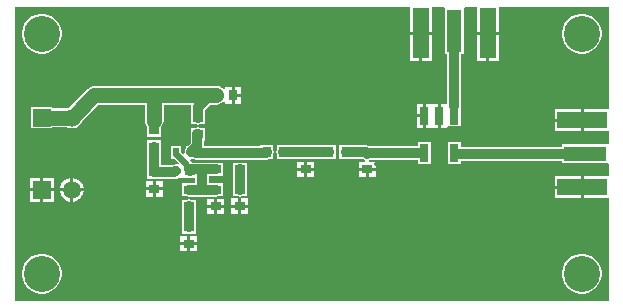
<source format=gbr>
%TF.GenerationSoftware,Altium Limited,Altium Designer,22.5.1 (42)*%
G04 Layer_Physical_Order=1*
G04 Layer_Color=255*
%FSLAX26Y26*%
%MOIN*%
%TF.SameCoordinates,B04901F9-BF46-49F9-850C-5E78856F6392*%
%TF.FilePolarity,Positive*%
%TF.FileFunction,Copper,L1,Top,Signal*%
%TF.Part,Single*%
G01*
G75*
%TA.AperFunction,ConnectorPad*%
%ADD10R,0.141732X0.050000*%
%ADD11R,0.165354X0.053150*%
%TA.AperFunction,SMDPad,CuDef*%
%ADD12R,0.053150X0.165354*%
%ADD13R,0.050000X0.141732*%
%ADD14R,0.030000X0.060000*%
%ADD15R,0.035433X0.031496*%
%ADD16R,0.023622X0.031496*%
%ADD17R,0.031496X0.035433*%
%TA.AperFunction,Conductor*%
%ADD18C,0.033000*%
%ADD19C,0.050000*%
%ADD20C,0.020000*%
%TA.AperFunction,ComponentPad*%
%ADD21C,0.059055*%
%ADD22R,0.059055X0.059055*%
%TA.AperFunction,WasherPad*%
%ADD23C,0.120000*%
%TA.AperFunction,ViaPad*%
%ADD24C,0.020000*%
G36*
X2989805Y1647795D02*
X2907126D01*
Y1611220D01*
Y1574646D01*
X2989805D01*
Y1534783D01*
X2986866Y1531000D01*
X2984805Y1531000D01*
X2833134D01*
Y1522941D01*
X2496000D01*
Y1539000D01*
X2454000D01*
Y1502216D01*
X2453559Y1500000D01*
X2454000Y1497784D01*
Y1467000D01*
X2496000D01*
Y1477059D01*
X2833134D01*
Y1469000D01*
X2984805D01*
X2986866Y1469000D01*
X2989805Y1465217D01*
Y1425354D01*
X2907126D01*
Y1388780D01*
Y1352205D01*
X2989805D01*
Y1010195D01*
X1010195D01*
Y1989805D01*
X2327205D01*
Y1907126D01*
X2363780D01*
X2400354D01*
Y1989805D01*
X2440217D01*
X2444000Y1986866D01*
X2444000Y1984804D01*
Y1833134D01*
X2452059D01*
Y1671147D01*
X2450000Y1667000D01*
X2447059Y1667000D01*
X2430000D01*
Y1627000D01*
Y1587000D01*
X2450000D01*
Y1588586D01*
X2454000Y1591000D01*
X2455000Y1591000D01*
X2496000D01*
Y1650930D01*
X2496195Y1651221D01*
X2497941Y1660000D01*
Y1833134D01*
X2506000D01*
Y1984804D01*
X2506000Y1986866D01*
X2509783Y1989805D01*
X2549646D01*
Y1907126D01*
X2586220D01*
Y1902126D01*
D01*
Y1907126D01*
X2622795D01*
Y1989805D01*
X2989805D01*
Y1647795D01*
D02*
G37*
%LPC*%
G36*
X2906500Y1966000D02*
X2893500D01*
X2880749Y1963464D01*
X2868737Y1958488D01*
X2857927Y1951265D01*
X2848735Y1942072D01*
X2841512Y1931263D01*
X2836536Y1919252D01*
X2834000Y1906500D01*
Y1893500D01*
X2836536Y1880748D01*
X2841512Y1868737D01*
X2848735Y1857928D01*
X2857927Y1848735D01*
X2868737Y1841512D01*
X2880749Y1836536D01*
X2893500Y1834000D01*
X2906500D01*
X2919251Y1836536D01*
X2931263Y1841512D01*
X2942073Y1848735D01*
X2951265Y1857928D01*
X2958488Y1868737D01*
X2963464Y1880748D01*
X2966000Y1893500D01*
Y1906500D01*
X2963464Y1919252D01*
X2958488Y1931263D01*
X2951265Y1942072D01*
X2942073Y1951265D01*
X2931263Y1958488D01*
X2919251Y1963464D01*
X2906500Y1966000D01*
D02*
G37*
G36*
X1106500D02*
X1093500D01*
X1080748Y1963464D01*
X1068737Y1958488D01*
X1057928Y1951265D01*
X1048735Y1942072D01*
X1041512Y1931263D01*
X1036536Y1919252D01*
X1034000Y1906500D01*
Y1893500D01*
X1036536Y1880748D01*
X1041512Y1868737D01*
X1048735Y1857928D01*
X1057928Y1848735D01*
X1068737Y1841512D01*
X1080748Y1836536D01*
X1093500Y1834000D01*
X1106500D01*
X1119252Y1836536D01*
X1131263Y1841512D01*
X1142072Y1848735D01*
X1151265Y1857928D01*
X1158488Y1868737D01*
X1163464Y1880748D01*
X1166000Y1893500D01*
Y1906500D01*
X1163464Y1919252D01*
X1158488Y1931263D01*
X1151265Y1942072D01*
X1142072Y1951265D01*
X1131263Y1958488D01*
X1119252Y1963464D01*
X1106500Y1966000D01*
D02*
G37*
G36*
X2622795Y1897126D02*
X2591220D01*
Y1809449D01*
X2622795D01*
Y1897126D01*
D02*
G37*
G36*
X2581220D02*
X2549646D01*
Y1809449D01*
X2581220D01*
Y1897126D01*
D02*
G37*
G36*
X2400354D02*
X2368780D01*
Y1809449D01*
X2400354D01*
Y1897126D01*
D02*
G37*
G36*
X2358780D02*
X2327205D01*
Y1809449D01*
X2358780D01*
Y1897126D01*
D02*
G37*
G36*
X1460000Y1726267D02*
X1459999Y1726267D01*
X1275001D01*
X1275000Y1726267D01*
X1270954Y1725735D01*
X1266907Y1725202D01*
X1263784Y1723908D01*
X1259366Y1722078D01*
X1252890Y1717109D01*
X1252890Y1717109D01*
X1189839Y1654058D01*
X1186287Y1653106D01*
X1183102Y1651267D01*
X1135527D01*
Y1655527D01*
X1064473D01*
Y1584473D01*
X1135527D01*
Y1588733D01*
X1183102D01*
X1186287Y1586894D01*
X1195323Y1584473D01*
X1204677D01*
X1213713Y1586894D01*
X1221814Y1591571D01*
X1228429Y1598186D01*
X1233106Y1606287D01*
X1234058Y1609839D01*
X1287951Y1663732D01*
X1443732D01*
Y1610000D01*
X1444798Y1601907D01*
X1447921Y1594366D01*
X1451283Y1589985D01*
Y1555811D01*
X1498716D01*
Y1589985D01*
X1502078Y1594366D01*
X1505202Y1601907D01*
X1506267Y1610000D01*
Y1663732D01*
X1595830D01*
X1599002Y1659867D01*
X1598276Y1656217D01*
Y1641748D01*
X1596284D01*
Y1598252D01*
X1614004D01*
X1620000Y1597059D01*
X1620465D01*
X1626461Y1598252D01*
X1643716D01*
Y1618535D01*
X1644157Y1620752D01*
Y1646714D01*
X1661176Y1663732D01*
X1681976D01*
X1690069Y1664798D01*
X1697610Y1667921D01*
X1701991Y1671283D01*
X1704189D01*
Y1672598D01*
X1706999Y1675199D01*
X1711811Y1673443D01*
Y1667283D01*
X1732559D01*
Y1695000D01*
Y1722716D01*
X1711811D01*
Y1716556D01*
X1706999Y1714800D01*
X1704189Y1717402D01*
Y1718716D01*
X1701991D01*
X1697610Y1722078D01*
X1690069Y1725202D01*
X1681976Y1726267D01*
X1460001D01*
X1460000Y1726267D01*
D02*
G37*
G36*
X1763307Y1722716D02*
X1742559D01*
Y1700000D01*
X1763307D01*
Y1722716D01*
D02*
G37*
G36*
Y1690000D02*
X1742559D01*
Y1667283D01*
X1763307D01*
Y1690000D01*
D02*
G37*
G36*
X2370000Y1667000D02*
X2350000D01*
Y1632000D01*
X2370000D01*
Y1667000D01*
D02*
G37*
G36*
X2897126Y1647795D02*
X2809449D01*
Y1616220D01*
X2897126D01*
Y1647795D01*
D02*
G37*
G36*
X2420000Y1667000D02*
X2380000D01*
Y1627000D01*
Y1587000D01*
X2420000D01*
Y1627000D01*
Y1667000D01*
D02*
G37*
G36*
X2370000Y1622000D02*
X2350000D01*
Y1587000D01*
X2370000D01*
Y1622000D01*
D02*
G37*
G36*
X2897126Y1606220D02*
X2809449D01*
Y1574646D01*
X2897126D01*
Y1606220D01*
D02*
G37*
G36*
X2079189Y1528717D02*
X2035693D01*
Y1527941D01*
X1992906D01*
X1990000Y1527363D01*
X1987094Y1527941D01*
X1926866D01*
Y1528716D01*
X1883370D01*
Y1510996D01*
X1882177Y1505000D01*
X1883370Y1499004D01*
Y1481284D01*
X1926866D01*
Y1482059D01*
X1956283D01*
Y1480811D01*
X2003716D01*
Y1482059D01*
X2035693D01*
Y1481284D01*
X2079189D01*
Y1499004D01*
X2080382Y1505000D01*
X2079189Y1510997D01*
Y1528717D01*
D02*
G37*
G36*
X2396000Y1539000D02*
X2354000D01*
Y1525720D01*
X2189024D01*
X2188314Y1526195D01*
X2179535Y1527941D01*
X2134307D01*
Y1528717D01*
X2090811D01*
Y1510997D01*
X2089618Y1505000D01*
X2090811Y1499004D01*
Y1481284D01*
X2134307D01*
Y1482059D01*
X2161283D01*
Y1480811D01*
X2172755D01*
X2175756Y1478805D01*
X2178855Y1478189D01*
X2178363Y1473189D01*
X2157283D01*
Y1452441D01*
X2185000D01*
X2212716D01*
Y1473189D01*
X2191172D01*
X2190680Y1478189D01*
X2193779Y1478805D01*
X2195325Y1479839D01*
X2354000D01*
Y1467000D01*
X2396000D01*
Y1539000D01*
D02*
G37*
G36*
X1620000Y1587823D02*
X1619535D01*
X1613539Y1586630D01*
X1596284D01*
Y1566347D01*
X1595843Y1564130D01*
Y1534063D01*
X1588013Y1526234D01*
X1580898D01*
Y1518329D01*
X1577514Y1513265D01*
X1575768Y1504486D01*
X1576273Y1501945D01*
X1571665Y1499482D01*
X1565338Y1505809D01*
Y1526234D01*
X1529716D01*
Y1482738D01*
X1542267D01*
X1557144Y1467861D01*
X1555231Y1463242D01*
X1553524D01*
X1547527Y1464435D01*
X1545400D01*
X1539403Y1463242D01*
X1529716D01*
Y1461252D01*
X1497941D01*
Y1500693D01*
X1498716D01*
Y1544189D01*
X1480996D01*
X1475000Y1545382D01*
X1469003Y1544189D01*
X1451283D01*
Y1500693D01*
X1452059D01*
Y1459307D01*
X1451283D01*
Y1415811D01*
X1469003D01*
X1475000Y1414618D01*
X1478780Y1415370D01*
X1542216D01*
X1550996Y1417117D01*
X1554931Y1419746D01*
X1564086D01*
X1565338Y1419746D01*
Y1419746D01*
X1569087D01*
Y1419746D01*
X1586806D01*
X1592803Y1418553D01*
X1593268D01*
X1599264Y1419746D01*
X1612059D01*
Y1402941D01*
X1590000D01*
X1584004Y1401748D01*
X1566284D01*
Y1358252D01*
X1584004D01*
X1590000Y1357059D01*
X1680000D01*
X1685996Y1358252D01*
X1703716D01*
Y1401748D01*
X1685996D01*
X1680000Y1402941D01*
X1657941D01*
Y1424500D01*
X1680000D01*
X1685996Y1425693D01*
X1703716D01*
Y1469189D01*
X1685996D01*
X1680000Y1470382D01*
X1599391D01*
X1596622Y1474526D01*
X1593705Y1477443D01*
X1596168Y1482051D01*
X1598709Y1481545D01*
X1606875D01*
X1612783Y1480370D01*
X1676220D01*
X1680000Y1479618D01*
X1848024D01*
X1856395Y1481284D01*
X1871748D01*
Y1498539D01*
X1872941Y1504535D01*
Y1505000D01*
X1871748Y1510996D01*
Y1528716D01*
X1828252D01*
Y1525500D01*
X1683028D01*
X1679248Y1526252D01*
X1641724D01*
Y1543134D01*
X1643716D01*
Y1586630D01*
X1625996D01*
X1620000Y1587823D01*
D02*
G37*
G36*
X2007716Y1473189D02*
X1985000D01*
Y1452441D01*
X2007716D01*
Y1473189D01*
D02*
G37*
G36*
X1975000D02*
X1952283D01*
Y1452441D01*
X1975000D01*
Y1473189D01*
D02*
G37*
G36*
X2212716Y1442441D02*
X2190000D01*
Y1421693D01*
X2212716D01*
Y1442441D01*
D02*
G37*
G36*
X2180000D02*
X2157283D01*
Y1421693D01*
X2180000D01*
Y1442441D01*
D02*
G37*
G36*
X2007716D02*
X1985000D01*
Y1421693D01*
X2007716D01*
Y1442441D01*
D02*
G37*
G36*
X1975000D02*
X1952283D01*
Y1421693D01*
X1975000D01*
Y1442441D01*
D02*
G37*
G36*
X2897126Y1425354D02*
X2809449D01*
Y1393780D01*
X2897126D01*
Y1425354D01*
D02*
G37*
G36*
X1502716Y1408189D02*
X1480000D01*
Y1387441D01*
X1502716D01*
Y1408189D01*
D02*
G37*
G36*
X1470000D02*
X1447283D01*
Y1387441D01*
X1470000D01*
Y1408189D01*
D02*
G37*
G36*
X1205204Y1419527D02*
X1205000D01*
Y1385000D01*
X1239527D01*
Y1385204D01*
X1236834Y1395257D01*
X1231630Y1404271D01*
X1224271Y1411630D01*
X1215257Y1416834D01*
X1205204Y1419527D01*
D02*
G37*
G36*
X1195000D02*
X1194796D01*
X1184743Y1416834D01*
X1175729Y1411630D01*
X1168370Y1404271D01*
X1163166Y1395257D01*
X1160473Y1385204D01*
Y1385000D01*
X1195000D01*
Y1419527D01*
D02*
G37*
G36*
X1139527D02*
X1105000D01*
Y1385000D01*
X1139527D01*
Y1419527D01*
D02*
G37*
G36*
X1095000D02*
X1060473D01*
Y1385000D01*
X1095000D01*
Y1419527D01*
D02*
G37*
G36*
X1760000Y1470382D02*
X1754004Y1469189D01*
X1736283D01*
Y1425693D01*
X1737059D01*
Y1401866D01*
X1736284D01*
Y1358370D01*
X1754004D01*
X1760000Y1357177D01*
X1765996Y1358370D01*
X1783716D01*
Y1401866D01*
X1782941D01*
Y1425693D01*
X1783716D01*
Y1469189D01*
X1765996D01*
X1760000Y1470382D01*
D02*
G37*
G36*
X1502716Y1377441D02*
X1480000D01*
Y1356693D01*
X1502716D01*
Y1377441D01*
D02*
G37*
G36*
X1470000D02*
X1447283D01*
Y1356693D01*
X1470000D01*
Y1377441D01*
D02*
G37*
G36*
X2897126Y1383780D02*
X2809449D01*
Y1352205D01*
X2897126D01*
Y1383780D01*
D02*
G37*
G36*
X1239527Y1375000D02*
X1205000D01*
Y1340473D01*
X1205204D01*
X1215257Y1343166D01*
X1224271Y1348370D01*
X1231630Y1355729D01*
X1236834Y1364743D01*
X1239527Y1374796D01*
Y1375000D01*
D02*
G37*
G36*
X1195000D02*
X1160473D01*
Y1374796D01*
X1163166Y1364743D01*
X1168370Y1355729D01*
X1175729Y1348370D01*
X1184743Y1343166D01*
X1194796Y1340473D01*
X1195000D01*
Y1375000D01*
D02*
G37*
G36*
X1139527D02*
X1105000D01*
Y1340473D01*
X1139527D01*
Y1375000D01*
D02*
G37*
G36*
X1095000D02*
X1060473D01*
Y1340473D01*
X1095000D01*
Y1375000D01*
D02*
G37*
G36*
X1787716Y1350748D02*
X1765000D01*
Y1330000D01*
X1787716D01*
Y1350748D01*
D02*
G37*
G36*
X1755000D02*
X1732284D01*
Y1330000D01*
X1755000D01*
Y1350748D01*
D02*
G37*
G36*
X1707716Y1350630D02*
X1685000D01*
Y1329882D01*
X1707716D01*
Y1350630D01*
D02*
G37*
G36*
X1675000D02*
X1652284D01*
Y1329882D01*
X1675000D01*
Y1350630D01*
D02*
G37*
G36*
X1787716Y1320000D02*
X1765000D01*
Y1299252D01*
X1787716D01*
Y1320000D01*
D02*
G37*
G36*
X1755000D02*
X1732284D01*
Y1299252D01*
X1755000D01*
Y1320000D01*
D02*
G37*
G36*
X1707716Y1319882D02*
X1685000D01*
Y1299134D01*
X1707716D01*
Y1319882D01*
D02*
G37*
G36*
X1675000D02*
X1652284D01*
Y1299134D01*
X1675000D01*
Y1319882D01*
D02*
G37*
G36*
X1590000Y1347823D02*
X1584004Y1346630D01*
X1566284D01*
Y1303134D01*
X1567059D01*
Y1276866D01*
X1566284D01*
Y1233370D01*
X1584004D01*
X1590000Y1232177D01*
X1595996Y1233370D01*
X1613716D01*
Y1276866D01*
X1612941D01*
Y1303134D01*
X1613716D01*
Y1346630D01*
X1595996D01*
X1590000Y1347823D01*
D02*
G37*
G36*
X1617716Y1225748D02*
X1595000D01*
Y1205000D01*
X1617716D01*
Y1225748D01*
D02*
G37*
G36*
X1585000D02*
X1562284D01*
Y1205000D01*
X1585000D01*
Y1225748D01*
D02*
G37*
G36*
X1617716Y1195000D02*
X1595000D01*
Y1174252D01*
X1617716D01*
Y1195000D01*
D02*
G37*
G36*
X1585000D02*
X1562284D01*
Y1174252D01*
X1585000D01*
Y1195000D01*
D02*
G37*
G36*
X2906500Y1166000D02*
X2893500D01*
X2880749Y1163464D01*
X2868737Y1158488D01*
X2857927Y1151265D01*
X2848735Y1142072D01*
X2841512Y1131263D01*
X2836536Y1119252D01*
X2834000Y1106500D01*
Y1093500D01*
X2836536Y1080748D01*
X2841512Y1068737D01*
X2848735Y1057928D01*
X2857927Y1048735D01*
X2868737Y1041512D01*
X2880749Y1036536D01*
X2893500Y1034000D01*
X2906500D01*
X2919251Y1036536D01*
X2931263Y1041512D01*
X2942073Y1048735D01*
X2951265Y1057928D01*
X2958488Y1068737D01*
X2963464Y1080748D01*
X2966000Y1093500D01*
Y1106500D01*
X2963464Y1119252D01*
X2958488Y1131263D01*
X2951265Y1142072D01*
X2942073Y1151265D01*
X2931263Y1158488D01*
X2919251Y1163464D01*
X2906500Y1166000D01*
D02*
G37*
G36*
X1106500D02*
X1093500D01*
X1080748Y1163464D01*
X1068737Y1158488D01*
X1057928Y1151265D01*
X1048735Y1142072D01*
X1041512Y1131263D01*
X1036536Y1119252D01*
X1034000Y1106500D01*
Y1093500D01*
X1036536Y1080748D01*
X1041512Y1068737D01*
X1048735Y1057928D01*
X1057928Y1048735D01*
X1068737Y1041512D01*
X1080748Y1036536D01*
X1093500Y1034000D01*
X1106500D01*
X1119252Y1036536D01*
X1131263Y1041512D01*
X1142072Y1048735D01*
X1151265Y1057928D01*
X1158488Y1068737D01*
X1163464Y1080748D01*
X1166000Y1093500D01*
Y1106500D01*
X1163464Y1119252D01*
X1158488Y1131263D01*
X1151265Y1142072D01*
X1142072Y1151265D01*
X1131263Y1158488D01*
X1119252Y1163464D01*
X1106500Y1166000D01*
D02*
G37*
%LPD*%
D10*
X2910000Y1500000D02*
D03*
D11*
X2902126Y1388780D02*
D03*
Y1611220D02*
D03*
D12*
X2363780Y1902126D02*
D03*
X2586220D02*
D03*
D13*
X2475000Y1910000D02*
D03*
D14*
X2375000Y1627000D02*
D03*
X2425000D02*
D03*
X2475000D02*
D03*
Y1503000D02*
D03*
X2375000D02*
D03*
D15*
X1590000Y1255118D02*
D03*
Y1200000D02*
D03*
X1680000Y1380000D02*
D03*
Y1324882D02*
D03*
X1590000Y1380000D02*
D03*
Y1324882D02*
D03*
X1475000Y1437559D02*
D03*
Y1382441D02*
D03*
Y1577559D02*
D03*
Y1522441D02*
D03*
X1592803Y1441494D02*
D03*
X1620000Y1620000D02*
D03*
Y1564882D02*
D03*
X1760000Y1380118D02*
D03*
Y1325000D02*
D03*
X2185000Y1502559D02*
D03*
Y1447441D02*
D03*
X1980000Y1502559D02*
D03*
Y1447441D02*
D03*
X1760000Y1502559D02*
D03*
Y1447441D02*
D03*
X1680000Y1502559D02*
D03*
Y1447441D02*
D03*
D16*
X1547527Y1504486D02*
D03*
X1598709D02*
D03*
X1547527Y1441494D02*
D03*
D17*
X2112559Y1505000D02*
D03*
X2057441D02*
D03*
X1850000Y1505000D02*
D03*
X1905118D02*
D03*
X1682441Y1695000D02*
D03*
X1737559D02*
D03*
D18*
X2184535Y1500000D02*
X2185000D01*
X2179535Y1505000D02*
X2184535Y1500000D01*
X2185220Y1502780D02*
X2360000D01*
X2475000Y1660000D02*
Y1908000D01*
X1681976Y1695000D02*
X1682441Y1694535D01*
X2476500Y1500000D02*
X2910000D01*
X2185000Y1502559D02*
X2185220Y1502780D01*
X1760000Y1502559D02*
X1848024D01*
X1680000D02*
X1760000D01*
X1848024D02*
X1850000Y1504535D01*
Y1505000D01*
X1905118D02*
X1987094D01*
X1992906Y1505000D02*
X2057441D01*
X2112559D02*
X2179535D01*
X1590000Y1255118D02*
Y1324882D01*
Y1380000D02*
X1635000D01*
X1680000D01*
X1635000D02*
Y1447441D01*
X1475000Y1437559D02*
X1475752Y1438311D01*
X1542216D01*
X1545400Y1441494D01*
X1592803D02*
X1593268D01*
X1545400D02*
X1547527D01*
X1475000Y1437559D02*
Y1522441D01*
X1593268Y1441494D02*
X1599215Y1447441D01*
X1635000D02*
X1680000D01*
X1599215D02*
X1635000D01*
X1679248Y1503311D02*
X1680000Y1502559D01*
X1612783Y1503311D02*
X1679248D01*
X1611608Y1504486D02*
X1612783Y1503311D01*
X1598709Y1504486D02*
X1611608D01*
X1598709D02*
X1618783Y1524561D01*
Y1564130D01*
X1619535Y1564882D01*
X1620000D01*
Y1620000D02*
X1620465D01*
X1621217Y1620752D01*
Y1656217D01*
X1658783Y1693783D01*
X1760000Y1447441D02*
X1760000Y1447441D01*
Y1380118D02*
Y1447441D01*
D19*
X1460000Y1695000D02*
X1681976D01*
X1275000D02*
X1460000D01*
X1475000Y1680000D01*
Y1610000D02*
Y1680000D01*
X1200000Y1620000D02*
X1275000Y1695000D01*
X1100000Y1620000D02*
X1200000D01*
D20*
X1590834Y1441494D02*
X1592803D01*
X1585086Y1447242D02*
X1590834Y1441494D01*
X1585086Y1447242D02*
Y1462990D01*
X1547527Y1500549D02*
X1585086Y1462990D01*
X1547527Y1500549D02*
Y1504486D01*
D21*
X1200000Y1380000D02*
D03*
Y1620000D02*
D03*
D22*
X1100000Y1380000D02*
D03*
Y1620000D02*
D03*
D23*
Y1900000D02*
D03*
Y1100000D02*
D03*
X2900000D02*
D03*
Y1900000D02*
D03*
D24*
X2511605Y1690334D02*
D03*
Y1810334D02*
D03*
Y1770334D02*
D03*
Y1650334D02*
D03*
Y1730334D02*
D03*
X2519171Y1849612D02*
D03*
Y1889612D02*
D03*
X2510392Y1610353D02*
D03*
X2437175Y1738802D02*
D03*
Y1698802D02*
D03*
Y1778802D02*
D03*
Y1818802D02*
D03*
X2300000Y1860000D02*
D03*
Y1910000D02*
D03*
Y1960000D02*
D03*
X2645000Y1855000D02*
D03*
Y1910000D02*
D03*
Y1965000D02*
D03*
X2320000Y1585000D02*
D03*
Y1625000D02*
D03*
Y1665000D02*
D03*
X2360000Y1695000D02*
D03*
X2400000D02*
D03*
X2428388Y1977825D02*
D03*
Y1937825D02*
D03*
Y1897825D02*
D03*
Y1857825D02*
D03*
X2410000Y1565000D02*
D03*
X2455000D02*
D03*
X2519171Y1929612D02*
D03*
Y1969612D02*
D03*
X2425000Y1520000D02*
D03*
X2435000Y1450000D02*
D03*
X2489583Y1452608D02*
D03*
X2528266Y1462785D02*
D03*
X2568266D02*
D03*
X2608266D02*
D03*
X2648266D02*
D03*
X2688266D02*
D03*
X2728266D02*
D03*
X2768266D02*
D03*
X2808266D02*
D03*
X2847422Y1454608D02*
D03*
X2887422D02*
D03*
X2927422D02*
D03*
X2967422D02*
D03*
X2974190Y1545392D02*
D03*
X2934190D02*
D03*
X2894190D02*
D03*
X2854190D02*
D03*
X2815034Y1537215D02*
D03*
X2775034D02*
D03*
X2735034D02*
D03*
X2695034D02*
D03*
X2655034D02*
D03*
X2615034D02*
D03*
X2575034D02*
D03*
X2535034D02*
D03*
X2497804Y1551840D02*
D03*
X2324407Y1539995D02*
D03*
X2284407D02*
D03*
X2244407D02*
D03*
X2204407D02*
D03*
X2164469Y1542215D02*
D03*
X2124479Y1543108D02*
D03*
X2138945Y1467785D02*
D03*
X2218668Y1465564D02*
D03*
X2258668D02*
D03*
X2298668D02*
D03*
X2338668D02*
D03*
X2376512Y1452608D02*
D03*
X2425000Y1490000D02*
D03*
X2370000Y1565000D02*
D03*
X2011312Y1542215D02*
D03*
X1971312Y1542215D02*
D03*
X1931312D02*
D03*
X1891322Y1543108D02*
D03*
X1877408Y1471222D02*
D03*
X1917173Y1466892D02*
D03*
X2037133Y1467785D02*
D03*
X2085000Y1460000D02*
D03*
X2080993Y1541556D02*
D03*
X1517502Y1528973D02*
D03*
X1515325Y1489033D02*
D03*
X1567142Y1539074D02*
D03*
X1581568Y1561061D02*
D03*
X1843933Y1465344D02*
D03*
X1856668Y1543108D02*
D03*
X1816807Y1539774D02*
D03*
X1776807D02*
D03*
X1736807D02*
D03*
X1696807D02*
D03*
X1657551Y1583431D02*
D03*
X1721892Y1462042D02*
D03*
X1722785Y1422052D02*
D03*
X1721892Y1382062D02*
D03*
X1798108Y1457931D02*
D03*
X1551892Y1334779D02*
D03*
X1552785Y1294789D02*
D03*
X1551892Y1254799D02*
D03*
X1628108Y1255392D02*
D03*
X1627215Y1295382D02*
D03*
X1628108Y1335372D02*
D03*
X1640000Y1155000D02*
D03*
X1590000D02*
D03*
X1540000Y1160000D02*
D03*
X1640000Y1205000D02*
D03*
X1540000D02*
D03*
X1690000Y1225000D02*
D03*
X1670000Y1265000D02*
D03*
X1725000D02*
D03*
X1465000Y1340000D02*
D03*
X1535000Y1380000D02*
D03*
X1755000Y1225000D02*
D03*
X1785000Y1265000D02*
D03*
X1820000Y1325000D02*
D03*
X1990000Y1395000D02*
D03*
X2185000D02*
D03*
X2050000Y1420000D02*
D03*
X2125000Y1415000D02*
D03*
X1790000Y1715000D02*
D03*
Y1675000D02*
D03*
X1845000D02*
D03*
Y1715000D02*
D03*
X1935000Y1440000D02*
D03*
X2770000Y1355000D02*
D03*
Y1415000D02*
D03*
X2775000Y1600000D02*
D03*
Y1640000D02*
D03*
X2840000Y1680000D02*
D03*
X2900000D02*
D03*
X2960000D02*
D03*
X2835000Y1325000D02*
D03*
X2895000D02*
D03*
X2960000D02*
D03*
X2310000Y1430000D02*
D03*
%TF.MD5,340de8265e7426857338c06eef569008*%
M02*

</source>
